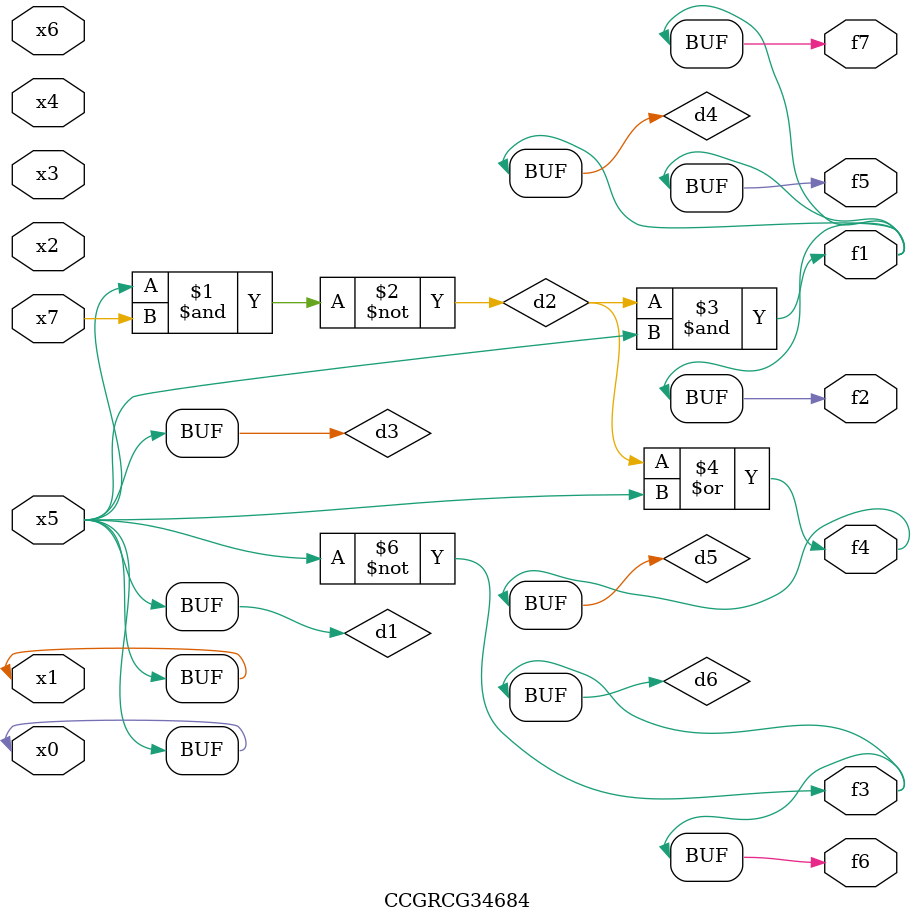
<source format=v>
module CCGRCG34684(
	input x0, x1, x2, x3, x4, x5, x6, x7,
	output f1, f2, f3, f4, f5, f6, f7
);

	wire d1, d2, d3, d4, d5, d6;

	buf (d1, x0, x5);
	nand (d2, x5, x7);
	buf (d3, x0, x1);
	and (d4, d2, d3);
	or (d5, d2, d3);
	nor (d6, d1, d3);
	assign f1 = d4;
	assign f2 = d4;
	assign f3 = d6;
	assign f4 = d5;
	assign f5 = d4;
	assign f6 = d6;
	assign f7 = d4;
endmodule

</source>
